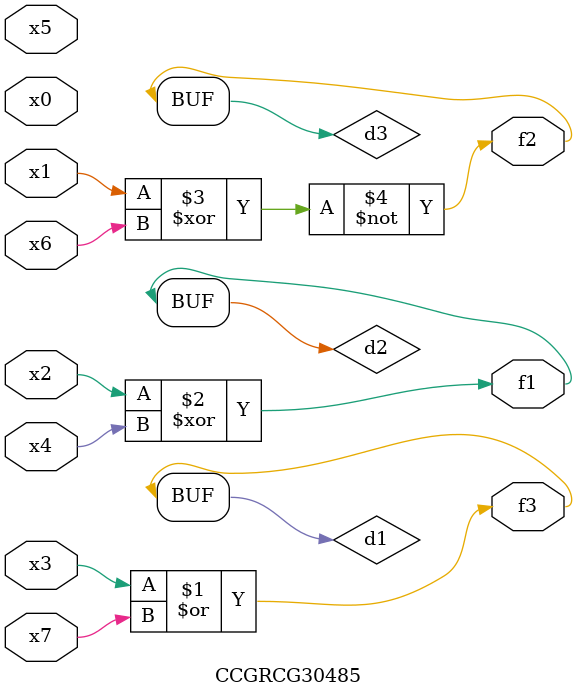
<source format=v>
module CCGRCG30485(
	input x0, x1, x2, x3, x4, x5, x6, x7,
	output f1, f2, f3
);

	wire d1, d2, d3;

	or (d1, x3, x7);
	xor (d2, x2, x4);
	xnor (d3, x1, x6);
	assign f1 = d2;
	assign f2 = d3;
	assign f3 = d1;
endmodule

</source>
